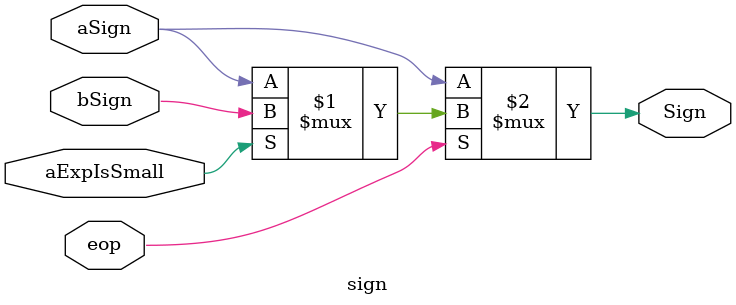
<source format=v>
`timescale 1ns / 1ps


module sign(eop, aSign, bSign, aExpIsSmall, Sign);
input eop, aSign, bSign, aExpIsSmall;
output Sign;

assign Sign = eop ? (aExpIsSmall ? bSign : aSign ):aSign;
endmodule

</source>
